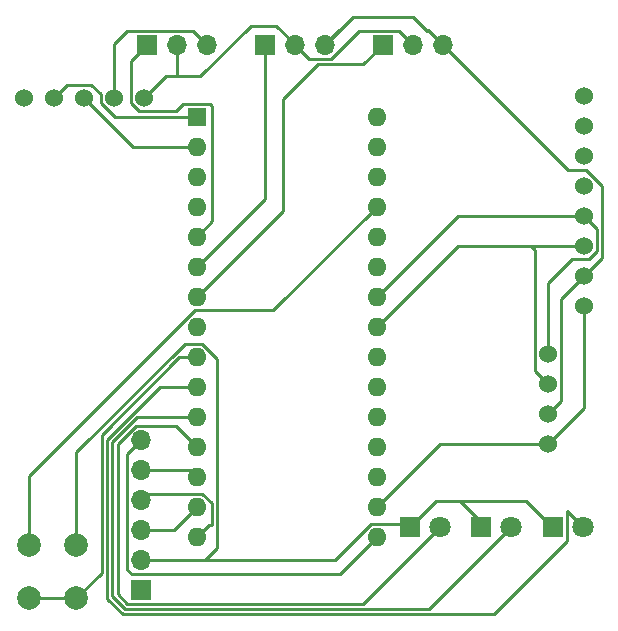
<source format=gbr>
%TF.GenerationSoftware,KiCad,Pcbnew,7.0.1*%
%TF.CreationDate,2023-04-03T23:21:57+02:00*%
%TF.ProjectId,_TS,6054532e-6b69-4636-9164-5f7063625858,rev?*%
%TF.SameCoordinates,Original*%
%TF.FileFunction,Copper,L1,Top*%
%TF.FilePolarity,Positive*%
%FSLAX46Y46*%
G04 Gerber Fmt 4.6, Leading zero omitted, Abs format (unit mm)*
G04 Created by KiCad (PCBNEW 7.0.1) date 2023-04-03 23:21:57*
%MOMM*%
%LPD*%
G01*
G04 APERTURE LIST*
%TA.AperFunction,ComponentPad*%
%ADD10C,2.000000*%
%TD*%
%TA.AperFunction,ComponentPad*%
%ADD11C,1.800000*%
%TD*%
%TA.AperFunction,ComponentPad*%
%ADD12R,1.800000X1.800000*%
%TD*%
%TA.AperFunction,ComponentPad*%
%ADD13C,1.524000*%
%TD*%
%TA.AperFunction,ComponentPad*%
%ADD14R,1.600000X1.600000*%
%TD*%
%TA.AperFunction,ComponentPad*%
%ADD15O,1.600000X1.600000*%
%TD*%
%TA.AperFunction,ComponentPad*%
%ADD16R,1.700000X1.700000*%
%TD*%
%TA.AperFunction,ComponentPad*%
%ADD17O,1.700000X1.700000*%
%TD*%
%TA.AperFunction,Conductor*%
%ADD18C,0.250000*%
%TD*%
G04 APERTURE END LIST*
D10*
%TO.P,U1,2*%
%TO.N,/D6*%
X107500000Y-112250000D03*
X103500000Y-112250000D03*
%TO.P,U1,1*%
%TO.N,/5V*%
X103500000Y-107750000D03*
X107500000Y-107750000D03*
%TD*%
D11*
%TO.P,D3,2,A*%
%TO.N,/D7*%
X150390000Y-106175000D03*
D12*
%TO.P,D3,1,K*%
%TO.N,Earth*%
X147850000Y-106175000D03*
%TD*%
D11*
%TO.P,D2,2,A*%
%TO.N,/D8*%
X144340000Y-106175000D03*
D12*
%TO.P,D2,1,K*%
%TO.N,Earth*%
X141800000Y-106175000D03*
%TD*%
D11*
%TO.P,D1,2,A*%
%TO.N,/D9*%
X138290000Y-106175000D03*
D12*
%TO.P,D1,1,K*%
%TO.N,Earth*%
X135750000Y-106175000D03*
%TD*%
D13*
%TO.P,U6,1,VCC*%
%TO.N,Net-(A1-3V3)*%
X113207000Y-69850000D03*
%TO.P,U6,2,GND*%
%TO.N,GNDREF*%
X110667000Y-69850000D03*
%TO.P,U6,3,RXD*%
%TO.N,/RX*%
X108127000Y-69850000D03*
%TO.P,U6,4,TXD*%
%TO.N,/TX*%
X105587000Y-69850000D03*
%TO.P,U6,5,SET*%
%TO.N,unconnected-(U6-SET-Pad5)*%
X103047000Y-69850000D03*
%TD*%
D14*
%TO.P,A1,1,D1/TX*%
%TO.N,/TX*%
X117697000Y-71484000D03*
D15*
%TO.P,A1,2,D0/RX*%
%TO.N,/RX*%
X117697000Y-74024000D03*
%TO.P,A1,3,~{RESET}*%
%TO.N,unconnected-(A1-~{RESET}-Pad3)*%
X117697000Y-76564000D03*
%TO.P,A1,4,GND*%
%TO.N,Earth*%
X117697000Y-79104000D03*
%TO.P,A1,5,D2*%
%TO.N,/D2*%
X117697000Y-81644000D03*
%TO.P,A1,6,D3*%
%TO.N,/D3*%
X117697000Y-84184000D03*
%TO.P,A1,7,D4*%
%TO.N,/D4*%
X117697000Y-86724000D03*
%TO.P,A1,8,D5*%
%TO.N,unconnected-(A1-D5-Pad8)*%
X117697000Y-89264000D03*
%TO.P,A1,9,D6*%
%TO.N,/D6*%
X117697000Y-91804000D03*
%TO.P,A1,10,D7*%
%TO.N,/D7*%
X117697000Y-94344000D03*
%TO.P,A1,11,D8*%
%TO.N,/D8*%
X117697000Y-96884000D03*
%TO.P,A1,12,D9*%
%TO.N,/D9*%
X117697000Y-99424000D03*
%TO.P,A1,13,D10*%
%TO.N,/D10*%
X117697000Y-101964000D03*
%TO.P,A1,14,D11*%
%TO.N,/D11*%
X117697000Y-104504000D03*
%TO.P,A1,15,D12*%
%TO.N,/D12*%
X117697000Y-107044000D03*
%TO.P,A1,16,D13*%
%TO.N,/D13*%
X132937000Y-107044000D03*
%TO.P,A1,17,3V3*%
%TO.N,Net-(A1-3V3)*%
X132937000Y-104504000D03*
%TO.P,A1,18,AREF*%
%TO.N,unconnected-(A1-AREF-Pad18)*%
X132937000Y-101964000D03*
%TO.P,A1,19,A0*%
%TO.N,unconnected-(A1-A0-Pad19)*%
X132937000Y-99424000D03*
%TO.P,A1,20,A1*%
%TO.N,unconnected-(A1-A1-Pad20)*%
X132937000Y-96884000D03*
%TO.P,A1,21,A2*%
%TO.N,unconnected-(A1-A2-Pad21)*%
X132937000Y-94344000D03*
%TO.P,A1,22,A3*%
%TO.N,unconnected-(A1-A3-Pad22)*%
X132937000Y-91804000D03*
%TO.P,A1,23,A4*%
%TO.N,Net-(A1-A4)*%
X132937000Y-89264000D03*
%TO.P,A1,24,A5*%
%TO.N,Net-(A1-A5)*%
X132937000Y-86724000D03*
%TO.P,A1,25,A6*%
%TO.N,unconnected-(A1-A6-Pad25)*%
X132937000Y-84184000D03*
%TO.P,A1,26,A7*%
%TO.N,unconnected-(A1-A7-Pad26)*%
X132937000Y-81644000D03*
%TO.P,A1,27,+5V*%
%TO.N,/5V*%
X132937000Y-79104000D03*
%TO.P,A1,28,~{RESET}*%
%TO.N,unconnected-(A1-~{RESET}-Pad28)*%
X132937000Y-76564000D03*
%TO.P,A1,29,GND*%
%TO.N,Net-(J2-Pin_1)*%
X132937000Y-74024000D03*
%TO.P,A1,30,VIN*%
%TO.N,Net-(A1-VIN)*%
X132937000Y-71484000D03*
%TD*%
D13*
%TO.P,U4,1,VCC*%
%TO.N,Net-(A1-3V3)*%
X150495000Y-87503000D03*
%TO.P,U4,2,GND*%
%TO.N,GNDREF*%
X150495000Y-84963000D03*
%TO.P,U4,3,SCL*%
%TO.N,Net-(A1-A4)*%
X150495000Y-82423000D03*
%TO.P,U4,4,SDA*%
%TO.N,Net-(A1-A5)*%
X150495000Y-79883000D03*
%TO.P,U4,5,XDA*%
%TO.N,unconnected-(U4-XDA-Pad5)*%
X150495000Y-77343000D03*
%TO.P,U4,6,XCL*%
%TO.N,unconnected-(U4-XCL-Pad6)*%
X150495000Y-74803000D03*
%TO.P,U4,7,ADD*%
%TO.N,unconnected-(U4-ADD-Pad7)*%
X150495000Y-72263000D03*
%TO.P,U4,8,INT*%
%TO.N,unconnected-(U4-INT-Pad8)*%
X150495000Y-69723000D03*
%TD*%
D16*
%TO.P,U3,1,vcc*%
%TO.N,/5V*%
X113000000Y-111540000D03*
D17*
%TO.P,U3,2,gnd*%
%TO.N,Earth*%
X113000000Y-109000000D03*
%TO.P,U3,3,mosi*%
%TO.N,/D11*%
X113000000Y-106460000D03*
%TO.P,U3,4,miso*%
%TO.N,/D12*%
X113000000Y-103920000D03*
%TO.P,U3,5,cs*%
%TO.N,/D10*%
X113000000Y-101380000D03*
%TO.P,U3,6,sck*%
%TO.N,/D13*%
X113000000Y-98840000D03*
%TD*%
D13*
%TO.P,U2,1,SDA*%
%TO.N,Net-(A1-A5)*%
X147447000Y-99187000D03*
%TO.P,U2,2,SCL*%
%TO.N,Net-(A1-A4)*%
X147447000Y-96647000D03*
%TO.P,U2,3,GND*%
%TO.N,GNDREF*%
X147447000Y-94107000D03*
%TO.P,U2,4,VIN*%
%TO.N,Net-(A1-3V3)*%
X147447000Y-91567000D03*
%TD*%
D16*
%TO.P,M3,1,PWM*%
%TO.N,/D3*%
X123475000Y-65375000D03*
D17*
%TO.P,M3,2,+*%
%TO.N,/5V*%
X126015000Y-65375000D03*
%TO.P,M3,3,-*%
%TO.N,Earth*%
X128555000Y-65375000D03*
%TD*%
D16*
%TO.P,M2,1,PWM*%
%TO.N,/D2*%
X113460000Y-65375000D03*
D17*
%TO.P,M2,2,+*%
%TO.N,/5V*%
X116000000Y-65375000D03*
%TO.P,M2,3,-*%
%TO.N,Earth*%
X118540000Y-65375000D03*
%TD*%
D16*
%TO.P,M1,1,PWM*%
%TO.N,/D4*%
X133475000Y-65375000D03*
D17*
%TO.P,M1,2,+*%
%TO.N,/5V*%
X136015000Y-65375000D03*
%TO.P,M1,3,-*%
%TO.N,Earth*%
X138555000Y-65375000D03*
%TD*%
D18*
%TO.N,Earth*%
X137270000Y-64160000D02*
X138445000Y-65335000D01*
%TO.N,Net-(A1-3V3)*%
X147447000Y-99187000D02*
X138254000Y-99187000D01*
%TO.N,Net-(A1-A5)*%
X147447000Y-91567000D02*
X147447000Y-85553000D01*
%TO.N,Net-(A1-A4)*%
X147447000Y-94107000D02*
X146360000Y-93020000D01*
%TO.N,/5V*%
X113207000Y-69850000D02*
X115057000Y-68000000D01*
%TO.N,Net-(A1-3V3)*%
X150495000Y-96139000D02*
X147447000Y-99187000D01*
%TO.N,Earth*%
X148534000Y-86924000D02*
X150495000Y-84963000D01*
X147447000Y-96647000D02*
X148534000Y-95560000D01*
X110667000Y-65333000D02*
X110667000Y-69850000D01*
X152032000Y-83426000D02*
X150495000Y-84963000D01*
%TO.N,Net-(A1-3V3)*%
X138254000Y-99187000D02*
X132937000Y-104504000D01*
X150495000Y-87503000D02*
X150495000Y-96139000D01*
%TO.N,Earth*%
X148534000Y-95560000D02*
X148534000Y-86924000D01*
%TO.N,/5V*%
X115057000Y-68000000D02*
X116000000Y-68000000D01*
%TO.N,Earth*%
X111800000Y-64200000D02*
X110667000Y-65333000D01*
X117365000Y-64200000D02*
X111800000Y-64200000D01*
X118540000Y-65375000D02*
X117365000Y-64200000D01*
X128555000Y-65335000D02*
X129730000Y-64160000D01*
X152032000Y-77342749D02*
X152032000Y-83426000D01*
%TO.N,Net-(A1-A5)*%
X147447000Y-85553000D02*
X149490000Y-83510000D01*
%TO.N,Net-(A1-A4)*%
X146360000Y-93020000D02*
X146360000Y-82783000D01*
%TO.N,Earth*%
X150689251Y-76000000D02*
X152032000Y-77342749D01*
X149110000Y-76000000D02*
X150689251Y-76000000D01*
X138445000Y-65335000D02*
X149110000Y-76000000D01*
%TO.N,Net-(A1-A5)*%
X149490000Y-83510000D02*
X150945251Y-83510000D01*
X150945251Y-83510000D02*
X151582000Y-82873251D01*
%TO.N,Net-(A1-A4)*%
X146360000Y-82783000D02*
X146000000Y-82423000D01*
%TO.N,Net-(A1-A5)*%
X151582000Y-82873251D02*
X151582000Y-80970000D01*
X151582000Y-80970000D02*
X150495000Y-79883000D01*
%TO.N,Net-(A1-A4)*%
X146000000Y-82423000D02*
X139778000Y-82423000D01*
%TO.N,/D6*%
X103500000Y-112250000D02*
X107500000Y-112250000D01*
%TO.N,/5V*%
X117521009Y-87849000D02*
X124192000Y-87849000D01*
X124192000Y-87849000D02*
X132937000Y-79104000D01*
X103500000Y-107750000D02*
X103500000Y-101870009D01*
X103500000Y-101870009D02*
X117521009Y-87849000D01*
%TO.N,Earth*%
X119450000Y-107980000D02*
X118430000Y-109000000D01*
X118162991Y-90679000D02*
X119450000Y-91966009D01*
X116714604Y-90679000D02*
X118162991Y-90679000D01*
X118430000Y-109000000D02*
X129390009Y-109000000D01*
X119450000Y-91966009D02*
X119450000Y-107980000D01*
X113000000Y-109000000D02*
X118430000Y-109000000D01*
X107500000Y-99893604D02*
X116714604Y-90679000D01*
X107500000Y-107750000D02*
X107500000Y-99893604D01*
%TO.N,/D6*%
X116226000Y-91804000D02*
X117697000Y-91804000D01*
X109650000Y-98380000D02*
X116226000Y-91804000D01*
X109650000Y-110100000D02*
X109650000Y-98380000D01*
X107500000Y-112250000D02*
X109650000Y-110100000D01*
%TO.N,/5V*%
X126015000Y-65335000D02*
X124430000Y-63750000D01*
%TO.N,/D7*%
X111452208Y-113615000D02*
X110100000Y-112262792D01*
X110100000Y-98805507D02*
X114561507Y-94344000D01*
X114561507Y-94344000D02*
X117697000Y-94344000D01*
X142860000Y-113615000D02*
X111452208Y-113615000D01*
X149075000Y-107400000D02*
X142860000Y-113615000D01*
X150390000Y-106175000D02*
X149075000Y-104860000D01*
X149075000Y-104860000D02*
X149075000Y-107400000D01*
X110100000Y-112262792D02*
X110100000Y-98805507D01*
%TO.N,/D8*%
X112657903Y-96884000D02*
X117697000Y-96884000D01*
X110550000Y-98991903D02*
X112657903Y-96884000D01*
X111638604Y-113165000D02*
X110550000Y-112076396D01*
X137350000Y-113165000D02*
X111638604Y-113165000D01*
X110550000Y-112076396D02*
X110550000Y-98991903D01*
X144340000Y-106175000D02*
X137350000Y-113165000D01*
%TO.N,/D9*%
X112513299Y-97665000D02*
X115938000Y-97665000D01*
X111000000Y-111890000D02*
X111000000Y-99178299D01*
X111825000Y-112715000D02*
X111000000Y-111890000D01*
X111000000Y-99178299D02*
X112513299Y-97665000D01*
X131750000Y-112715000D02*
X111825000Y-112715000D01*
X138290000Y-106175000D02*
X131750000Y-112715000D01*
X115938000Y-97665000D02*
X117697000Y-99424000D01*
%TO.N,Earth*%
X135494000Y-105919000D02*
X135750000Y-106175000D01*
X129390009Y-109000000D02*
X132471009Y-105919000D01*
X132471009Y-105919000D02*
X135494000Y-105919000D01*
%TO.N,/D11*%
X115741000Y-106460000D02*
X117697000Y-104504000D01*
X113000000Y-106460000D02*
X115741000Y-106460000D01*
%TO.N,/D12*%
X119000000Y-106000000D02*
X118741000Y-106000000D01*
X119000000Y-104216009D02*
X119000000Y-106000000D01*
X118162991Y-103379000D02*
X119000000Y-104216009D01*
X113541000Y-103379000D02*
X118162991Y-103379000D01*
X113000000Y-103920000D02*
X113541000Y-103379000D01*
X118741000Y-106000000D02*
X117697000Y-107044000D01*
%TO.N,/D10*%
X117113000Y-101380000D02*
X117697000Y-101964000D01*
X113000000Y-101380000D02*
X117113000Y-101380000D01*
%TO.N,/D13*%
X129806000Y-110175000D02*
X132937000Y-107044000D01*
X112175000Y-110175000D02*
X129806000Y-110175000D01*
X111825000Y-100015000D02*
X111825000Y-109825000D01*
X113000000Y-98840000D02*
X111825000Y-100015000D01*
X111825000Y-109825000D02*
X112175000Y-110175000D01*
%TO.N,Earth*%
X145575000Y-104000000D02*
X147750000Y-106175000D01*
X140000000Y-104000000D02*
X145575000Y-104000000D01*
X140000000Y-104000000D02*
X141750000Y-105750000D01*
X141750000Y-105750000D02*
X141750000Y-106175000D01*
X137925000Y-104000000D02*
X140000000Y-104000000D01*
X135750000Y-106175000D02*
X137925000Y-104000000D01*
%TO.N,/D4*%
X125000000Y-79421000D02*
X117697000Y-86724000D01*
X125000000Y-70000000D02*
X125000000Y-79421000D01*
X127962000Y-67038000D02*
X125000000Y-70000000D01*
X131812000Y-67038000D02*
X127962000Y-67038000D01*
X133475000Y-65375000D02*
X131812000Y-67038000D01*
%TO.N,/D3*%
X123475000Y-78406000D02*
X117697000Y-84184000D01*
X123475000Y-65375000D02*
X123475000Y-78406000D01*
%TO.N,/D2*%
X119000000Y-80341000D02*
X117697000Y-81644000D01*
X119000000Y-70537000D02*
X119000000Y-80341000D01*
X118822000Y-70359000D02*
X119000000Y-70537000D01*
X116572000Y-70359000D02*
X118822000Y-70359000D01*
X115931000Y-71000000D02*
X116572000Y-70359000D01*
X112819749Y-71000000D02*
X115931000Y-71000000D01*
X112120000Y-70300251D02*
X112819749Y-71000000D01*
X112120000Y-66715000D02*
X112120000Y-70300251D01*
X113460000Y-65375000D02*
X112120000Y-66715000D01*
%TO.N,/5V*%
X127190000Y-66550000D02*
X126015000Y-65375000D01*
X131391701Y-64200000D02*
X129041701Y-66550000D01*
X129041701Y-66550000D02*
X127190000Y-66550000D01*
X134840000Y-64200000D02*
X131391701Y-64200000D01*
X136015000Y-65375000D02*
X134840000Y-64200000D01*
%TO.N,Earth*%
X130930000Y-63000000D02*
X128555000Y-65375000D01*
X136000000Y-63000000D02*
X130930000Y-63000000D01*
X137200000Y-64200000D02*
X136000000Y-63000000D01*
X137380000Y-64200000D02*
X137200000Y-64200000D01*
X138555000Y-65375000D02*
X137380000Y-64200000D01*
%TO.N,/5V*%
X118000000Y-68000000D02*
X116000000Y-68000000D01*
X122250000Y-63750000D02*
X118000000Y-68000000D01*
X124430000Y-63750000D02*
X122250000Y-63750000D01*
X116000000Y-68000000D02*
X116000000Y-65375000D01*
%TO.N,Net-(A1-A4)*%
X150495000Y-82423000D02*
X146000000Y-82423000D01*
X139778000Y-82423000D02*
X132937000Y-89264000D01*
%TO.N,Net-(A1-A5)*%
X139778000Y-79883000D02*
X132937000Y-86724000D01*
X150495000Y-79883000D02*
X139778000Y-79883000D01*
%TO.N,/TX*%
X109580000Y-70300251D02*
X110763749Y-71484000D01*
X110763749Y-71484000D02*
X117697000Y-71484000D01*
X109580000Y-69580000D02*
X109580000Y-70300251D01*
X105587000Y-69850000D02*
X106674000Y-68763000D01*
X106674000Y-68763000D02*
X108763000Y-68763000D01*
X108763000Y-68763000D02*
X109580000Y-69580000D01*
%TO.N,/RX*%
X112301000Y-74024000D02*
X117697000Y-74024000D01*
X108127000Y-69850000D02*
X112301000Y-74024000D01*
%TO.N,Earth*%
X142000000Y-106000000D02*
X141750000Y-105750000D01*
%TD*%
M02*

</source>
